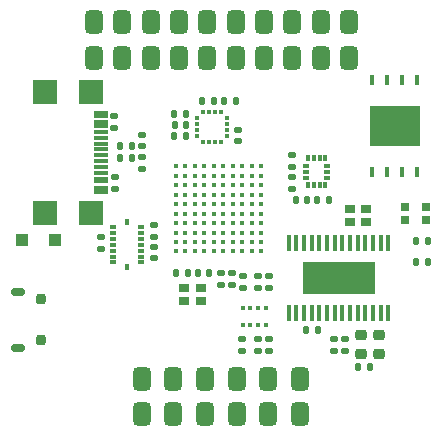
<source format=gbr>
%TF.GenerationSoftware,KiCad,Pcbnew,8.0.7*%
%TF.CreationDate,2025-02-13T13:50:40+08:00*%
%TF.ProjectId,NewSkyH7-Air,4e657753-6b79-4483-972d-4169722e6b69,rev?*%
%TF.SameCoordinates,Original*%
%TF.FileFunction,Paste,Top*%
%TF.FilePolarity,Positive*%
%FSLAX46Y46*%
G04 Gerber Fmt 4.6, Leading zero omitted, Abs format (unit mm)*
G04 Created by KiCad (PCBNEW 8.0.7) date 2025-02-13 13:50:40*
%MOMM*%
%LPD*%
G01*
G04 APERTURE LIST*
G04 Aperture macros list*
%AMRoundRect*
0 Rectangle with rounded corners*
0 $1 Rounding radius*
0 $2 $3 $4 $5 $6 $7 $8 $9 X,Y pos of 4 corners*
0 Add a 4 corners polygon primitive as box body*
4,1,4,$2,$3,$4,$5,$6,$7,$8,$9,$2,$3,0*
0 Add four circle primitives for the rounded corners*
1,1,$1+$1,$2,$3*
1,1,$1+$1,$4,$5*
1,1,$1+$1,$6,$7*
1,1,$1+$1,$8,$9*
0 Add four rect primitives between the rounded corners*
20,1,$1+$1,$2,$3,$4,$5,0*
20,1,$1+$1,$4,$5,$6,$7,0*
20,1,$1+$1,$6,$7,$8,$9,0*
20,1,$1+$1,$8,$9,$2,$3,0*%
G04 Aperture macros list end*
%ADD10RoundRect,0.375000X-0.375000X-0.625000X0.375000X-0.625000X0.375000X0.625000X-0.375000X0.625000X0*%
%ADD11RoundRect,0.135000X-0.185000X0.135000X-0.185000X-0.135000X0.185000X-0.135000X0.185000X0.135000X0*%
%ADD12RoundRect,0.140000X-0.140000X-0.170000X0.140000X-0.170000X0.140000X0.170000X-0.140000X0.170000X0*%
%ADD13RoundRect,0.147500X-0.147500X-0.172500X0.147500X-0.172500X0.147500X0.172500X-0.147500X0.172500X0*%
%ADD14RoundRect,0.147500X-0.172500X0.147500X-0.172500X-0.147500X0.172500X-0.147500X0.172500X0.147500X0*%
%ADD15RoundRect,0.140000X0.140000X0.170000X-0.140000X0.170000X-0.140000X-0.170000X0.140000X-0.170000X0*%
%ADD16RoundRect,0.147500X0.172500X-0.147500X0.172500X0.147500X-0.172500X0.147500X-0.172500X-0.147500X0*%
%ADD17RoundRect,0.135000X0.185000X-0.135000X0.185000X0.135000X-0.185000X0.135000X-0.185000X-0.135000X0*%
%ADD18RoundRect,0.140000X0.170000X-0.140000X0.170000X0.140000X-0.170000X0.140000X-0.170000X-0.140000X0*%
%ADD19R,0.450000X1.475000*%
%ADD20R,6.200000X2.750000*%
%ADD21R,1.281200X0.300000*%
%ADD22R,1.290000X0.300000*%
%ADD23R,1.300000X0.300000*%
%ADD24R,1.298926X0.296108*%
%ADD25R,1.281200X0.299998*%
%ADD26R,2.000000X2.000000*%
%ADD27RoundRect,0.150000X0.450000X-0.150000X0.450000X0.150000X-0.450000X0.150000X-0.450000X-0.150000X0*%
%ADD28RoundRect,0.200000X0.200000X-0.250000X0.200000X0.250000X-0.200000X0.250000X-0.200000X-0.250000X0*%
%ADD29RoundRect,0.375000X0.375000X0.625000X-0.375000X0.625000X-0.375000X-0.625000X0.375000X-0.625000X0*%
%ADD30R,0.450000X0.300000*%
%ADD31R,0.300000X0.450000*%
%ADD32RoundRect,0.135000X-0.135000X-0.185000X0.135000X-0.185000X0.135000X0.185000X-0.135000X0.185000X0*%
%ADD33RoundRect,0.225000X0.250000X-0.225000X0.250000X0.225000X-0.250000X0.225000X-0.250000X-0.225000X0*%
%ADD34R,0.590000X0.350000*%
%ADD35R,0.350000X0.590000*%
%ADD36R,0.450000X0.950000*%
%ADD37R,4.350000X3.450000*%
%ADD38RoundRect,0.135000X0.135000X0.185000X-0.135000X0.185000X-0.135000X-0.185000X0.135000X-0.185000X0*%
%ADD39RoundRect,0.140000X-0.170000X0.140000X-0.170000X-0.140000X0.170000X-0.140000X0.170000X0.140000X0*%
%ADD40RoundRect,0.250000X0.300000X0.300000X-0.300000X0.300000X-0.300000X-0.300000X0.300000X-0.300000X0*%
%ADD41R,0.900000X0.800000*%
%ADD42R,0.350000X0.350000*%
%ADD43C,0.400002*%
%ADD44R,0.700000X0.700000*%
%ADD45R,0.300000X0.600000*%
%ADD46R,0.600000X0.300000*%
G04 APERTURE END LIST*
D10*
%TO.C,J23*%
X149676666Y-68125000D03*
%TD*%
%TO.C,J20*%
X142473333Y-68125000D03*
%TD*%
D11*
%TO.C,R25*%
X134620000Y-78130000D03*
X134620000Y-79150000D03*
%TD*%
D12*
%TO.C,C12*%
X151775000Y-80120000D03*
X152735000Y-80120000D03*
%TD*%
D13*
%TO.C,D4*%
X160180000Y-85405000D03*
X161150000Y-85405000D03*
%TD*%
D10*
%TO.C,J37*%
X136900000Y-95260000D03*
%TD*%
D14*
%TO.C,FB3*%
X149675000Y-76330000D03*
X149675000Y-77300000D03*
%TD*%
D15*
%TO.C,C46*%
X144870000Y-71720000D03*
X143910000Y-71720000D03*
%TD*%
D13*
%TO.C,FB4*%
X139685000Y-74690000D03*
X140655000Y-74690000D03*
%TD*%
D10*
%TO.C,J29*%
X132868889Y-68125000D03*
%TD*%
D16*
%TO.C,FB2*%
X137935000Y-85070000D03*
X137935000Y-84100000D03*
%TD*%
D13*
%TO.C,D9*%
X160167500Y-83620000D03*
X161137500Y-83620000D03*
%TD*%
D10*
%TO.C,J38*%
X139582000Y-95260000D03*
%TD*%
D15*
%TO.C,C15*%
X140680000Y-73750000D03*
X139720000Y-73750000D03*
%TD*%
D17*
%TO.C,R30*%
X154155000Y-92922000D03*
X154155000Y-91902000D03*
%TD*%
D18*
%TO.C,C17*%
X133455000Y-84225000D03*
X133455000Y-83265000D03*
%TD*%
D10*
%TO.C,J21*%
X144874444Y-68125000D03*
%TD*%
D18*
%TO.C,C14*%
X145070000Y-75120000D03*
X145070000Y-74160000D03*
%TD*%
D10*
%TO.C,J7*%
X150310000Y-95260000D03*
%TD*%
%TO.C,J16*%
X147275555Y-65080000D03*
%TD*%
D12*
%TO.C,C2*%
X141680000Y-86330000D03*
X142640000Y-86330000D03*
%TD*%
D17*
%TO.C,R37*%
X146735000Y-87605000D03*
X146735000Y-86585000D03*
%TD*%
D19*
%TO.C,U5*%
X157810000Y-83774000D03*
X157160000Y-83774000D03*
X156510000Y-83774000D03*
X155860000Y-83774000D03*
X155210000Y-83774000D03*
X154560000Y-83774000D03*
X153910000Y-83774000D03*
X153260000Y-83774000D03*
X152610000Y-83774000D03*
X151960000Y-83774000D03*
X151310000Y-83774000D03*
X150660000Y-83774000D03*
X150010000Y-83774000D03*
X149360000Y-83774000D03*
X149360000Y-89650000D03*
X150010000Y-89650000D03*
X150660000Y-89650000D03*
X151310000Y-89650000D03*
X151960000Y-89650000D03*
X152610000Y-89650000D03*
X153260000Y-89650000D03*
X153910000Y-89650000D03*
X154560000Y-89650000D03*
X155210000Y-89650000D03*
X155860000Y-89650000D03*
X156510000Y-89650000D03*
X157160000Y-89650000D03*
X157810000Y-89650000D03*
D20*
X153585000Y-86712000D03*
%TD*%
D17*
%TO.C,R2*%
X144520000Y-87320000D03*
X144520000Y-86300000D03*
%TD*%
D10*
%TO.C,J12*%
X137671111Y-65080000D03*
%TD*%
%TO.C,J5*%
X142264000Y-95260000D03*
%TD*%
D18*
%TO.C,C16*%
X137935000Y-83225000D03*
X137935000Y-82265000D03*
%TD*%
D10*
%TO.C,J3*%
X147628000Y-98220000D03*
%TD*%
%TO.C,J11*%
X147628000Y-95260000D03*
%TD*%
%TO.C,J22*%
X147275555Y-68125000D03*
%TD*%
D21*
%TO.C,U4*%
X133465500Y-72737200D03*
D22*
X133468500Y-73540000D03*
D23*
X133463500Y-74840000D03*
X133463500Y-75840000D03*
X133463500Y-76340000D03*
X133463500Y-77340000D03*
D24*
X133462963Y-78635532D03*
D23*
X133463500Y-79440000D03*
X133463500Y-79140000D03*
X133463500Y-78340000D03*
X133463500Y-77840000D03*
X133463500Y-76840000D03*
X133463500Y-75340000D03*
X133463500Y-74340000D03*
D22*
X133468500Y-73840000D03*
D25*
X133465500Y-73037201D03*
D26*
X132603500Y-70970000D03*
X128703500Y-70970000D03*
X132603500Y-81210000D03*
X128703500Y-81210000D03*
%TD*%
D10*
%TO.C,J14*%
X142473333Y-65080000D03*
%TD*%
D27*
%TO.C,SW1*%
X126410000Y-92640000D03*
X126410000Y-87880000D03*
D28*
X128410000Y-91985000D03*
X128410000Y-88535000D03*
%TD*%
D10*
%TO.C,J25*%
X154478889Y-68125000D03*
%TD*%
D29*
%TO.C,J10*%
X132868889Y-65080000D03*
%TD*%
D18*
%TO.C,C47*%
X145405000Y-92885000D03*
X145405000Y-91925000D03*
%TD*%
D15*
%TO.C,C1*%
X140810000Y-86330000D03*
X139850000Y-86330000D03*
%TD*%
D10*
%TO.C,J15*%
X144874444Y-65080000D03*
%TD*%
D30*
%TO.C,U6*%
X141590000Y-73180000D03*
X141590000Y-73680000D03*
X141590000Y-74180000D03*
X141590000Y-74680000D03*
D31*
X142115000Y-75205000D03*
X142615000Y-75205000D03*
X143115000Y-75205000D03*
X143615000Y-75205000D03*
D30*
X144140000Y-74680000D03*
X144140000Y-74180000D03*
X144140000Y-73680000D03*
X144140000Y-73180000D03*
D31*
X143615000Y-72655000D03*
X143115000Y-72655000D03*
X142615000Y-72655000D03*
X142115000Y-72655000D03*
%TD*%
D15*
%TO.C,C13*%
X150905000Y-80120000D03*
X149945000Y-80120000D03*
%TD*%
D32*
%TO.C,R26*%
X135050000Y-76530000D03*
X136070000Y-76530000D03*
%TD*%
%TO.C,R27*%
X135050000Y-75570000D03*
X136070000Y-75570000D03*
%TD*%
D18*
%TO.C,C11*%
X149675000Y-79145000D03*
X149675000Y-78185000D03*
%TD*%
D33*
%TO.C,C38*%
X156985000Y-93117000D03*
X156985000Y-91567000D03*
%TD*%
D10*
%TO.C,J27*%
X144946000Y-98220000D03*
%TD*%
D34*
%TO.C,IC2*%
X134520000Y-85405000D03*
X134520000Y-84905000D03*
X134520000Y-84405000D03*
X134520000Y-83905000D03*
X134520000Y-83405000D03*
X134520000Y-82905000D03*
X134520000Y-82405000D03*
D35*
X135685000Y-81990000D03*
D34*
X136850000Y-82405000D03*
X136850000Y-82905000D03*
X136850000Y-83405000D03*
X136850000Y-83905000D03*
X136850000Y-84405000D03*
X136850000Y-84905000D03*
X136850000Y-85405000D03*
D35*
X135685000Y-85820000D03*
%TD*%
D36*
%TO.C,IC3*%
X156440000Y-77750000D03*
X157710000Y-77750000D03*
X158980000Y-77750000D03*
X160250000Y-77750000D03*
X160250000Y-69950000D03*
X158980000Y-69950000D03*
X157710000Y-69950000D03*
X156440000Y-69950000D03*
D37*
X158345000Y-73850000D03*
%TD*%
D29*
%TO.C,J32*%
X135270000Y-68125000D03*
%TD*%
D10*
%TO.C,J4*%
X144946000Y-95260000D03*
%TD*%
D38*
%TO.C,R35*%
X140700000Y-72860000D03*
X139680000Y-72860000D03*
%TD*%
D10*
%TO.C,J36*%
X139582000Y-98220000D03*
%TD*%
D29*
%TO.C,J8*%
X135270000Y-65080000D03*
%TD*%
D10*
%TO.C,J19*%
X154478889Y-65080000D03*
%TD*%
%TO.C,J26*%
X142264000Y-98220000D03*
%TD*%
%TO.C,J18*%
X152077777Y-65080000D03*
%TD*%
%TO.C,J6*%
X150310000Y-98220000D03*
%TD*%
D11*
%TO.C,R36*%
X147675000Y-86575000D03*
X147675000Y-87595000D03*
%TD*%
D17*
%TO.C,R24*%
X134610000Y-74040000D03*
X134610000Y-73020000D03*
%TD*%
D33*
%TO.C,C39*%
X155525000Y-93117000D03*
X155525000Y-91567000D03*
%TD*%
D39*
%TO.C,C41*%
X153195000Y-91922000D03*
X153195000Y-92882000D03*
%TD*%
D40*
%TO.C,D7*%
X129600000Y-83480000D03*
X126800000Y-83480000D03*
%TD*%
D29*
%TO.C,J31*%
X137671111Y-68125000D03*
%TD*%
D41*
%TO.C,Y1*%
X141925000Y-87535000D03*
X140525000Y-87535000D03*
X140525000Y-88635000D03*
X141925000Y-88635000D03*
%TD*%
D42*
%TO.C,IC6*%
X145465000Y-89235000D03*
X146115000Y-89235000D03*
X146765000Y-89235000D03*
X147415000Y-89235000D03*
X147415000Y-90685000D03*
X146765000Y-90685000D03*
X146115000Y-90685000D03*
X145465000Y-90685000D03*
%TD*%
D10*
%TO.C,J17*%
X149676666Y-65080000D03*
%TD*%
%TO.C,J13*%
X140072222Y-65080000D03*
%TD*%
%TO.C,J30*%
X140072222Y-68125000D03*
%TD*%
D32*
%TO.C,R29*%
X155235000Y-94292000D03*
X156255000Y-94292000D03*
%TD*%
D10*
%TO.C,J24*%
X152077777Y-68125000D03*
%TD*%
%TO.C,J35*%
X136900000Y-98220000D03*
%TD*%
D43*
%TO.C,U1*%
X139820000Y-84470000D03*
X139820000Y-83670000D03*
X139820000Y-82870000D03*
X139820000Y-82070000D03*
X139820000Y-81270000D03*
X139820000Y-80470000D03*
X139820000Y-79670000D03*
X139820000Y-78870000D03*
X139820000Y-78070000D03*
X139820000Y-77270000D03*
X140620000Y-84470000D03*
X140620000Y-83670000D03*
X140620000Y-82870000D03*
X140620000Y-82070000D03*
X140620000Y-81270000D03*
X140620000Y-80470000D03*
X140620000Y-79670000D03*
X140620000Y-78870000D03*
X140620000Y-78070000D03*
X140620000Y-77270000D03*
X141420000Y-84470000D03*
X141420000Y-83670000D03*
X141420000Y-82870000D03*
X141420000Y-82070000D03*
X141420000Y-81270000D03*
X141420000Y-80470000D03*
X141420000Y-79670000D03*
X141420000Y-78870000D03*
X141420000Y-78070000D03*
X141420000Y-77270000D03*
X142220000Y-84470000D03*
X142220000Y-83670000D03*
X142220000Y-82870000D03*
X142220000Y-82070000D03*
X142220000Y-81270000D03*
X142220000Y-80470000D03*
X142220000Y-79670000D03*
X142220000Y-78870000D03*
X142220000Y-78070000D03*
X142220000Y-77270000D03*
X143020000Y-84470000D03*
X143020000Y-83670000D03*
X143020000Y-82870000D03*
X143020000Y-82070000D03*
X143020000Y-81270000D03*
X143020000Y-80470000D03*
X143020000Y-79670000D03*
X143020000Y-78870000D03*
X143020000Y-78070000D03*
X143020000Y-77270000D03*
X143820000Y-84470000D03*
X143820000Y-83670000D03*
X143820000Y-82870000D03*
X143820000Y-82070000D03*
X143820000Y-81270000D03*
X143820000Y-80470000D03*
X143820000Y-79670000D03*
X143820000Y-78870000D03*
X143820000Y-78070000D03*
X143820000Y-77270000D03*
X144620000Y-84470000D03*
X144620000Y-83670000D03*
X144620000Y-82870000D03*
X144620000Y-82070000D03*
X144620000Y-81270000D03*
X144620000Y-80470000D03*
X144620000Y-79670000D03*
X144620000Y-78870000D03*
X144620000Y-78070000D03*
X144620000Y-77270000D03*
X145420000Y-84470000D03*
X145420000Y-83670000D03*
X145420000Y-82870000D03*
X145420000Y-82070000D03*
X145420000Y-81270000D03*
X145420000Y-80470000D03*
X145420000Y-79670000D03*
X145420000Y-78870000D03*
X145420000Y-78070000D03*
X145420000Y-77270000D03*
X146220000Y-84470000D03*
X146220000Y-83670000D03*
X146220000Y-82870000D03*
X146220000Y-82070000D03*
X146220000Y-81270000D03*
X146220000Y-80470000D03*
X146220000Y-79670000D03*
X146220000Y-78870000D03*
X146220000Y-78070000D03*
X146220000Y-77270000D03*
X147020000Y-84470000D03*
X147020000Y-83670000D03*
X147020000Y-82870000D03*
X147020000Y-82070000D03*
X147020000Y-81270000D03*
X147020000Y-80470000D03*
X147020000Y-79670000D03*
X147020000Y-78870000D03*
X147020000Y-78070000D03*
X147020000Y-77270000D03*
%TD*%
D16*
%TO.C,FB5*%
X145495000Y-87560000D03*
X145495000Y-86590000D03*
%TD*%
D39*
%TO.C,C48*%
X146735000Y-91925000D03*
X146735000Y-92885000D03*
%TD*%
D44*
%TO.C,LED1*%
X161005000Y-81810000D03*
X161005000Y-80710000D03*
X159175000Y-80710000D03*
X159175000Y-81810000D03*
%TD*%
D41*
%TO.C,Y2*%
X155935000Y-80915000D03*
X154535000Y-80915000D03*
X154535000Y-82015000D03*
X155935000Y-82015000D03*
%TD*%
D14*
%TO.C,D11*%
X136960000Y-74615000D03*
X136960000Y-75585000D03*
%TD*%
D38*
%TO.C,R34*%
X143060000Y-71710000D03*
X142040000Y-71710000D03*
%TD*%
D11*
%TO.C,R38*%
X147715000Y-91895000D03*
X147715000Y-92915000D03*
%TD*%
D38*
%TO.C,R28*%
X151840000Y-91100000D03*
X150820000Y-91100000D03*
%TD*%
D16*
%TO.C,D10*%
X136960000Y-77455000D03*
X136960000Y-76485000D03*
%TD*%
D39*
%TO.C,C3*%
X143590000Y-86320000D03*
X143590000Y-87280000D03*
%TD*%
D45*
%TO.C,IC7*%
X152475000Y-76590000D03*
X151975000Y-76590000D03*
X151475000Y-76590000D03*
X150975000Y-76590000D03*
D46*
X150825000Y-77240000D03*
X150825000Y-77740000D03*
X150825000Y-78240000D03*
D45*
X150975000Y-78890000D03*
X151475000Y-78890000D03*
X151975000Y-78890000D03*
X152475000Y-78890000D03*
D46*
X152625000Y-78240000D03*
X152625000Y-77740000D03*
X152625000Y-77240000D03*
%TD*%
M02*

</source>
